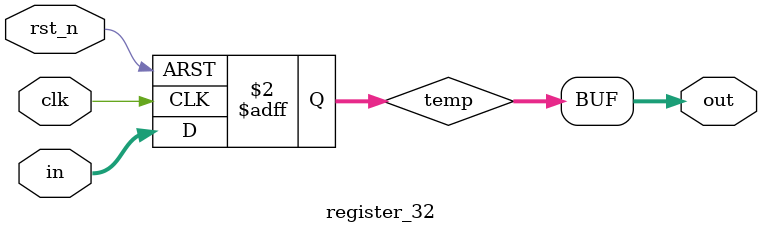
<source format=v>
`timescale 1ns / 1ps

module register_32(
    input clk,
    input rst_n,
    input [31:0] in,
    output [31:0] out
    );
    
    reg [31:0] temp;
    always@(negedge clk or posedge rst_n)
    begin
        if(rst_n) temp = 0;
        else  temp = in;
    end
    assign out = temp;
endmodule


</source>
